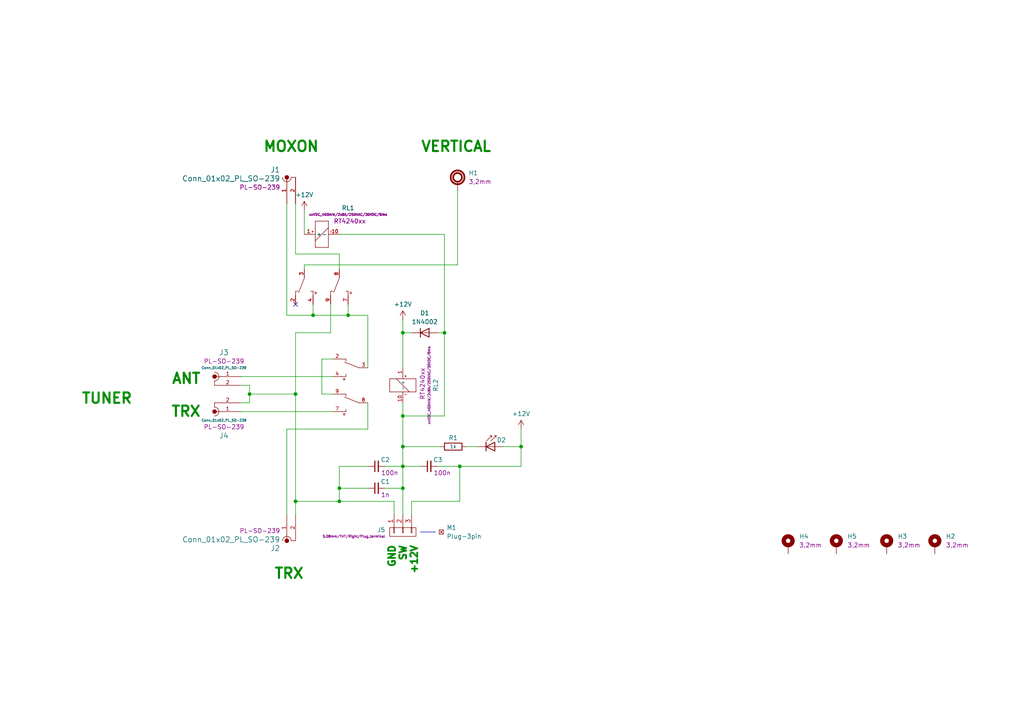
<source format=kicad_sch>
(kicad_sch (version 20230121) (generator eeschema)
  (paper "A4")
  (title_block (title "OK1MKH Antenna switch") (date "2023-12-11") (rev "01"))
  (lib_symbols
    (symbol "Diode:1N4002" (pin_numbers hide) (pin_names hide)
      (property "Reference" "D" (at 0 2.54 0))
      (property "Value" "1N4002" (at 0 -2.54 0))
      (symbol "1N4002_0_1"
        (polyline (pts (xy -1.27 1.27) (xy -1.27 -1.27)) (stroke (width 0.254)))
        (polyline (pts (xy 1.27 0) (xy -1.27 0)))
        (polyline (pts (xy 1.27 1.27) (xy 1.27 -1.27) (xy -1.27 0) (xy 1.27 1.27)) (stroke (width 0.254)))
      )
      (symbol "1N4002_1_1"
        (pin passive line (at -3.81 0 0) (length 2.54) (name "K") (number "1"))
        (pin passive line (at 3.81 0 180) (length 2.54) (name "A") (number "2"))
      )
    )
    (symbol "LED:LD274" (pin_numbers hide) (pin_names (offset 1.016) hide)
      (property "Reference" "D" (at 0.508 1.778 0))
      (property "Value" "LD274" (at -1.016 -2.794 0))
      (symbol "LD274_0_1"
        (polyline (pts (xy -2.54 1.27) (xy -2.54 -1.27)) (stroke (width 0.254)))
        (polyline (pts (xy 0 0) (xy -2.54 0)))
        (polyline (pts (xy 0.381 3.175) (xy -0.127 3.175)))
        (polyline (pts (xy -1.143 1.651) (xy 0.381 3.175) (xy 0.381 2.667)))
        (polyline (pts (xy 0 -1.27) (xy -2.54 0) (xy 0 1.27) (xy 0 -1.27)) (stroke (width 0.254)))
        (polyline (pts (xy -2.413 1.651) (xy -0.889 3.175) (xy -0.889 2.667) (xy -0.889 3.175) (xy -1.397 3.175)))
      )
      (symbol "LD274_1_1"
        (pin passive line (at -5.08 0 0) (length 2.54) (name "K") (number "1"))
        (pin passive line (at 2.54 0 180) (length 2.54) (name "A") (number "2"))
      )
    )
    (symbol "RemoteQTH:C_1n_2kV_1206" (pin_numbers hide) (pin_names (offset 0.254) hide)
      (property "Reference" "C" (at 1.905 1.905 0))
      (property "req" "2kV/X7R/±10%/E" (at 1.905 -1.905 0))
      (property "part_value" "1n" (at 1.905 0 0))
      (symbol "C_1n_2kV_1206_0_1"
        (polyline (pts (xy -1.524 -0.508) (xy 1.524 -0.508)) (stroke (width 0.3302)))
        (polyline (pts (xy -1.524 0.508) (xy 1.524 0.508)) (stroke (width 0.3048)))
      )
      (symbol "C_1n_2kV_1206_1_1"
        (pin passive line (at 0 2.54 270) (length 2.032) (name "~") (number "1"))
        (pin passive line (at 0 -2.54 90) (length 2.032) (name "~") (number "2"))
      )
    )
    (symbol "RemoteQTH:Conn_01x02_PL_SO-239" (pin_names (offset 1.016))
      (property "Reference" "J" (at 0 6.35 0))
      (property "Value" "Conn_01x02_PL_SO-239" (at 0.762 -3.048 0))
      (property "part_value" "PL-SO-239" (at 0 3.81 0))
      (symbol "Conn_01x02_PL_SO-239_0_1"
        (arc (start -2.54 0) (mid -1.2755 1.27) (end -2.54 2.54))
        (circle (center -2.54 1.27) (radius 0.5588) (fill (type outline)))
        (polyline (pts (xy -2.54 0) (xy -2.54 -1.27)))
      )
      (symbol "Conn_01x02_PL_SO-239_1_1"
        (pin passive line (at 5.08 1.27 180) (length 7.62) (name "~") (number "1"))
        (pin passive line (at 5.08 -1.27 180) (length 7.62) (name "~") (number "2"))
      )
    )
    (symbol "RemoteQTH:Conn_01x03_5.08mm_Right_terminal_796638-3" (pin_names (offset 0.762))
      (property "Reference" "J" (at 5.08 8.255 0))
      (property "req" "5.08mm/THT/Right/Plug_terminal" (at 0 5.08 0))
      (symbol "Conn_01x03_5.08mm_Right_terminal_796638-3_0_1"
        (rectangle (start 3.81 0.127) (end 5.334 -0.127))
        (rectangle (start 3.81 2.667) (end 5.334 2.413))
        (rectangle (start 6.35 -3.81) (end 3.81 3.81))
      )
      (symbol "Conn_01x03_5.08mm_Right_terminal_796638-3_1_1"
        (rectangle (start 3.81 -2.413) (end 5.334 -2.667))
        (pin passive line (at 0 2.54 0) (length 3.81) (name "") (number "1"))
        (pin passive line (at 0 0 0) (length 3.81) (name "") (number "2"))
        (pin passive line (at 0 -2.54 0) (length 3.81) (name "") (number "3"))
      )
    )
    (symbol "RemoteQTH:MEC" (pin_names (offset 1.016))
      (property "Reference" "M" (at 1.27 1.016 0))
      (property "Value" "MEC" (at 1.27 -0.762 0))
      (symbol "MEC_0_1"
        (rectangle (start -0.254 1.27) (end 1.016 0))
        (polyline (pts (xy 0 0.254) (xy 0.762 1.016)))
        (polyline (pts (xy 0.762 0.254) (xy 0 1.016)))
      )
    )
    (symbol "RemoteQTH:MEC_MountingHole_3.2mm_M3_ISO7380_Pad" (pin_numbers hide) (pin_names (offset 1.016) hide)
      (property "Reference" "H" (at 0 6.35 0))
      (property "part_value" "3,2mm" (at 0 4.445 0))
      (symbol "MEC_MountingHole_3.2mm_M3_ISO7380_Pad_0_1"
        (circle (center 0 1.27) (radius 1.27) (stroke (width 1.27)))
      )
      (symbol "MEC_MountingHole_3.2mm_M3_ISO7380_Pad_1_1"
        (pin input line (at 0 -2.54 90) (length 2.54) (name "1") (number "1"))
      )
    )
    (symbol "RemoteQTH:MEC_MountingHole_3.2mm_M3_Pad_Via" (pin_numbers hide) (pin_names (offset 1.016) hide)
      (property "Reference" "H" (at 0 6.35 0))
      (property "part_value" "3,2mm" (at 0 4.445 0))
      (symbol "MEC_MountingHole_3.2mm_M3_Pad_Via_0_1"
        (circle (center 0 1.27) (radius 1.27) (stroke (width 0.508)))
        (circle (center 0 1.27) (radius 2.0066) (stroke (width 0.508)))
      )
      (symbol "MEC_MountingHole_3.2mm_M3_Pad_Via_1_1"
        (pin input line (at 0 -2.54 90) (length 2.54) (name "1") (number "1"))
      )
    )
    (symbol "RemoteQTH:REL_DPDT_2x8A_RT4240xx" (pin_names (offset 1.016))
      (property "Reference" "RL" (at 0 -2.54 0))
      (property "req" "xxVDC_400mW/2x8A/250VAC/30VDC/8ms" (at 0 -5.08 0))
      (property "part_value" " RT4240xx" (at 0 -3.81 0))
      (symbol "REL_DPDT_2x8A_RT4240xx_1_0"
        (polyline (pts (xy -7.62 6.35) (xy -6.985 6.35)))
        (polyline (pts (xy -7.62 7.62) (xy -7.62 6.35)))
        (polyline (pts (xy -6.731 6.731) (xy -5.08 2.54)))
        (polyline (pts (xy -2.921 -10.922) (xy -2.413 -10.922)))
        (polyline (pts (xy -2.667 -11.176) (xy -2.667 -10.668)))
        (polyline (pts (xy -2.54 -10.16) (xy -1.905 -10.16)))
        (polyline (pts (xy -2.54 6.35) (xy -3.175 6.35)))
        (polyline (pts (xy -2.54 7.62) (xy -2.54 6.35)))
        (polyline (pts (xy -1.905 -13.97) (xy 1.905 -13.97)))
        (polyline (pts (xy -1.905 -10.16) (xy -1.905 -13.97)))
        (polyline (pts (xy -1.905 -8.255) (xy -1.905 -10.16)))
        (polyline (pts (xy -1.905 -6.35) (xy -1.905 -8.255)))
        (polyline (pts (xy 1.905 -13.97) (xy 1.905 -12.065)))
        (polyline (pts (xy 1.905 -12.065) (xy -1.905 -8.255)))
        (polyline (pts (xy 1.905 -12.065) (xy 1.905 -10.16)))
        (polyline (pts (xy 1.905 -10.16) (xy 1.905 -6.35)))
        (polyline (pts (xy 1.905 -6.35) (xy -1.905 -6.35)))
        (polyline (pts (xy 2.54 -10.16) (xy 1.905 -10.16)))
        (polyline (pts (xy 2.54 6.35) (xy 3.175 6.35)))
        (polyline (pts (xy 2.54 7.62) (xy 2.54 6.35)))
        (polyline (pts (xy 2.667 -11.176) (xy 2.667 -10.668)))
        (polyline (pts (xy 3.429 6.731) (xy 5.08 2.54)))
        (polyline (pts (xy 7.62 6.35) (xy 6.985 6.35)))
        (polyline (pts (xy 7.62 7.62) (xy 7.62 6.35)))
      )
      (symbol "REL_DPDT_2x8A_RT4240xx_1_1"
        (circle (center -1.778 6.858) (radius 0.254))
        (circle (center 8.382 6.858) (radius 0.254))
        (pin passive line (at -5.08 -10.16 0) (length 2.54) (name "+") (number "1"))
        (pin passive line (at 5.08 -10.16 180) (length 2.54) (name "-") (number "10"))
        (pin passive line (at -7.62 10.16 270) (length 2.54) (name "~") (number "2"))
        (pin passive line (at -5.08 0 90) (length 2.54) (name "~") (number "3"))
        (pin passive line (at -2.54 10.16 270) (length 2.54) (name "~") (number "4"))
        (pin passive line (at 7.62 10.16 270) (length 2.54) (name "~") (number "7"))
        (pin passive line (at 5.08 0 90) (length 2.54) (name "~") (number "8"))
        (pin passive line (at 2.54 10.16 270) (length 2.54) (name "~") (number "9"))
      )
    )
    (symbol "RemoteQTH:R_1k_1%_0402" (pin_numbers hide) (pin_names (offset 0))
      (property "Reference" "R" (at 3.175 0 90))
      (property "req" "63mW/1%/B" (at 1.905 0 90))
      (property "part_value" "1k" (at 0 0 90))
      (symbol "R_1k_1%_0402_0_1"
        (rectangle (start -1.016 -2.54) (end 1.016 2.54) (stroke (width 0.254)))
      )
      (symbol "R_1k_1%_0402_1_1"
        (pin passive line (at 0 3.81 270) (length 1.27) (name "~") (number "1"))
        (pin passive line (at 0 -3.81 90) (length 1.27) (name "~") (number "2"))
      )
    )
    (symbol "power:+12V" (power) (pin_names (offset 0))
      (property "Value" "+12V" (at 0 3.556 0))
      (symbol "+12V_0_1"
        (polyline (pts (xy -0.762 1.27) (xy 0 2.54)))
        (polyline (pts (xy 0 0) (xy 0 2.54)))
        (polyline (pts (xy 0 2.54) (xy 0.762 1.27)))
      )
      (symbol "+12V_1_1"
        (pin power_in line (at 0 0 90) (length 0) hide (name "+12V") (number "1"))
      )
    )
  )
  (junction (at 128.905 96.52))
  (junction (at 85.725 145.415))
  (junction (at 116.84 135.255))
  (junction (at 116.84 129.54))
  (junction (at 98.425 141.605))
  (junction (at 90.805 91.44))
  (junction (at 151.13 129.54))
  (junction (at 85.725 114.3))
  (junction (at 98.425 145.415))
  (junction (at 116.84 141.605))
  (junction (at 72.39 114.3))
  (junction (at 116.84 120.65))
  (junction (at 133.35 135.255))
  (junction (at 100.965 91.44))
  (junction (at 116.84 96.52))
  (no_connect (at 85.725 88.265))
  (wire (pts (xy 88.265 78.105) (xy 88.265 76.835)))
  (wire (pts (xy 116.84 135.255) (xy 121.92 135.255)))
  (wire (pts (xy 95.885 96.52) (xy 85.725 96.52)))
  (wire (pts (xy 116.84 129.54) (xy 116.84 135.255)))
  (wire (pts (xy 100.965 91.44) (xy 90.805 91.44)))
  (wire (pts (xy 93.345 104.14) (xy 96.52 104.14)))
  (wire (pts (xy 116.84 96.52) (xy 119.38 96.52)))
  (wire (pts (xy 98.425 73.66) (xy 85.725 73.66)))
  (wire (pts (xy 85.725 59.055) (xy 85.725 73.66)))
  (wire (pts (xy 111.76 135.255) (xy 116.84 135.255)))
  (wire (pts (xy 146.05 129.54) (xy 151.13 129.54)))
  (wire (pts (xy 72.39 114.3) (xy 85.725 114.3)))
  (wire (pts (xy 116.84 116.84) (xy 116.84 120.65)))
  (wire (pts (xy 83.185 59.055) (xy 83.185 91.44)))
  (wire (pts (xy 98.425 67.945) (xy 128.905 67.945)))
  (wire (pts (xy 151.13 129.54) (xy 151.13 135.255)))
  (wire (pts (xy 133.35 145.415) (xy 119.38 145.415)))
  (wire (pts (xy 88.265 60.96) (xy 88.265 67.945)))
  (wire (pts (xy 83.185 149.225) (xy 83.185 124.46)))
  (wire (pts (xy 106.68 106.68) (xy 106.68 91.44)))
  (wire (pts (xy 127 96.52) (xy 128.905 96.52)))
  (wire (pts (xy 72.39 116.84) (xy 69.85 116.84)))
  (wire (pts (xy 85.725 145.415) (xy 85.725 149.225)))
  (wire (pts (xy 72.39 114.3) (xy 72.39 116.84)))
  (wire (pts (xy 114.3 149.225) (xy 114.3 145.415)))
  (wire (pts (xy 69.85 119.38) (xy 96.52 119.38)))
  (wire (pts (xy 133.35 135.255) (xy 133.35 145.415)))
  (wire (pts (xy 119.38 145.415) (xy 119.38 149.225)))
  (wire (pts (xy 111.76 141.605) (xy 116.84 141.605)))
  (wire (pts (xy 83.185 91.44) (xy 90.805 91.44)))
  (wire (pts (xy 116.84 92.71) (xy 116.84 96.52)))
  (wire (pts (xy 98.425 78.105) (xy 98.425 73.66)))
  (wire (pts (xy 95.885 88.265) (xy 95.885 96.52)))
  (wire (pts (xy 128.905 96.52) (xy 128.905 120.65)))
  (wire (pts (xy 116.84 129.54) (xy 127.635 129.54)))
  (wire (pts (xy 93.345 114.3) (xy 93.345 104.14)))
  (wire (pts (xy 98.425 135.255) (xy 98.425 141.605)))
  (wire (pts (xy 69.85 109.22) (xy 96.52 109.22)))
  (wire (pts (xy 128.905 67.945) (xy 128.905 96.52)))
  (wire (pts (xy 116.84 120.65) (xy 116.84 129.54)))
  (wire (pts (xy 98.425 145.415) (xy 85.725 145.415)))
  (wire (pts (xy 116.84 96.52) (xy 116.84 106.68)))
  (wire (pts (xy 151.13 124.46) (xy 151.13 129.54)))
  (wire (pts (xy 116.84 141.605) (xy 116.84 149.225)))
  (wire (pts (xy 128.905 120.65) (xy 116.84 120.65)))
  (wire (pts (xy 127 135.255) (xy 133.35 135.255)))
  (wire (pts (xy 85.725 114.3) (xy 85.725 145.415)))
  (wire (pts (xy 96.52 114.3) (xy 93.345 114.3)))
  (wire (pts (xy 88.265 76.835) (xy 132.715 76.835)))
  (wire (pts (xy 106.68 116.84) (xy 106.68 124.46)))
  (wire (pts (xy 90.805 88.265) (xy 90.805 91.44)))
  (wire (pts (xy 85.725 96.52) (xy 85.725 114.3)))
  (wire (pts (xy 98.425 141.605) (xy 106.68 141.605)))
  (polyline (pts (xy 121.92 154.305) (xy 126.365 154.305)))
  (wire (pts (xy 151.13 135.255) (xy 133.35 135.255)))
  (wire (pts (xy 114.3 145.415) (xy 98.425 145.415)))
  (wire (pts (xy 132.715 55.245) (xy 132.715 76.835)))
  (wire (pts (xy 106.68 135.255) (xy 98.425 135.255)))
  (wire (pts (xy 106.68 91.44) (xy 100.965 91.44)))
  (wire (pts (xy 116.84 135.255) (xy 116.84 141.605)))
  (wire (pts (xy 100.965 88.265) (xy 100.965 91.44)))
  (wire (pts (xy 106.68 124.46) (xy 83.185 124.46)))
  (wire (pts (xy 135.255 129.54) (xy 138.43 129.54)))
  (wire (pts (xy 98.425 141.605) (xy 98.425 145.415)))
  (wire (pts (xy 69.85 111.76) (xy 72.39 111.76)))
  (wire (pts (xy 72.39 111.76) (xy 72.39 114.3)))
  (text "GND\nSW\n+12V" (at 121.285 158.115 90) (effects (font (size 2 2) (thickness 0.6) bold) (justify right bottom)))
  (text "VERTICAL" (at 121.92 44.45 0) (effects (font (size 3 3) (thickness 0.6) bold) (justify left bottom)))
  (text "TRX" (at 79.375 168.275 0) (effects (font (size 3 3) (thickness 0.6) bold) (justify left bottom)))
  (text "TRX" (at 58.42 121.285 0) (effects (font (size 3 3) (thickness 0.6) bold) (justify right bottom)))
  (text "ANT" (at 58.42 111.76 0) (effects (font (size 3 3) (thickness 0.6) bold) (justify right bottom)))
  (text "MOXON" (at 76.2 44.45 0) (effects (font (size 3 3) (thickness 0.6) bold) (justify left bottom)))
  (text "TUNER" (at 23.495 117.475 0) (effects (font (size 3 3) (thickness 0.6) bold) (justify left bottom)))
  (symbol (lib_id "RemoteQTH:MEC") (at 127.635 154.94 0) (unit 1)
    (property "Reference" "M1" (at 129.54 153.0349 0) (effects (justify left)))
    (property "Value" "Plug-3pin" (at 129.54 155.5749 0) (effects (justify left)))
    (property "Footprint" "ok1hra:MEC" (effects hide))
    (property "Datasheet" "https://www.tme.eu/cz/details/796634-3/rozpojitelne-svorkovnice/te-connectivity/" (effects hide))
  )
  (symbol (lib_id "RemoteQTH:C_1n_2kV_1206") (at 109.22 141.605 90) (unit 1)
    (property "Reference" "C1" (at 111.76 139.7 90))
    (property "Value" "C_1n_2kV_1206" (effects hide))
    (property "Footprint" "C-THT:C_Disc_D8.0mm_W2.5mm_P5.00mm" (effects hide))
    (property "part_value" "1n" (at 111.76 143.51 90))
  )
  (symbol (lib_id "RemoteQTH:Conn_01x02_PL_SO-239") (at 84.455 154.305 90) (unit 1)
    (property "Reference" "J2" (at 81.28 159.0322 90) (effects (font (size 1.524 1.524)) (justify left)))
    (property "Value" "Conn_01x02_PL_SO-239" (at 81.28 156.4922 90) (effects (font (size 1.524 1.524)) (justify left)))
    (property "Footprint" "RemoteQTH:PL-SO-239" (effects hide))
    (property "Datasheet" "https://www.tme.eu/cz/details/sma-15/konektory-sma-smb-smc/" (effects hide))
    (property "part_value" "PL-SO-239" (at 81.28 153.9522 90) (effects (justify left)))
  )
  (symbol (lib_id "RemoteQTH:Conn_01x03_5.08mm_Right_terminal_796638-3") (at 116.84 149.225 90) (mirror x) (unit 1)
    (property "Reference" "J5" (at 111.76 153.67 90) (effects (justify left)))
    (property "Value" "Conn_01x03_5.08mm_Right_terminal_796638-3" (effects hide))
    (property "Footprint" "RemoteQTH:796638-3" (effects hide))
    (property "Datasheet" "https://www.tme.eu/cz/details/tbg-5-kw-3p/rozpojitelne-svorkovnice/te-connectivity/796638-3/" (effects hide))
    (property "req" "5.08mm/THT/Right/Plug_terminal" (at 111.76 155.575 90) (effects (font (size 0.7 0.7)) (justify left)))
    (property "part_value" "796638-3" (effects hide))
  )
  (symbol (lib_id "power:+12V") (at 151.13 124.46 0) (unit 1)
    (property "Reference" "#PWR03" (effects hide))
    (property "Value" "+12V" (at 151.13 120.015 0))
  )
  (symbol (lib_id "RemoteQTH:REL_DPDT_2x8A_RT4240xx") (at 93.345 78.105 0) (mirror x) (unit 1)
    (property "Reference" "RL1" (at 100.965 60.325 0))
    (property "Value" "REL_DPDT_2x8A_RT4240xx" (effects hide))
    (property "Footprint" "RemoteQTH:REL_RT4240xx" (effects hide))
    (property "Datasheet" "https://www.tme.eu/cz/details/rt424024/elektromagneticka-rele-miniaturni/te-connectivity/6-1393243-8/" (effects hide))
    (property "req" "xxVDC_400mW/2x8A/250VAC/30VDC/8ms" (at 100.965 62.23 0) (effects (font (size 0.7112 0.7112))))
    (property "part_value" " RT4240xx" (at 100.965 64.135 0))
  )
  (symbol (lib_id "RemoteQTH:MEC_MountingHole_3.2mm_M3_Pad_Via") (at 132.715 52.705 0) (unit 1)
    (property "Reference" "H1" (at 135.89 50.165 0) (effects (justify left)))
    (property "Value" "MEC_MountingHole_3.2mm_M3_Pad_Via" (effects hide))
    (property "Footprint" "RemoteQTH:MountingHole_3.2mm_M3_Pad_Via" (effects hide))
    (property "part_value" "3,2mm" (at 135.89 52.705 0) (effects (justify left)))
  )
  (symbol (lib_id "RemoteQTH:C_1n_2kV_1206") (at 124.46 135.255 90) (unit 1)
    (property "Reference" "C3" (at 127 133.35 90))
    (property "Value" "C_1n_2kV_1206" (effects hide))
    (property "Footprint" "C-THT:C_Disc_D8.0mm_W2.5mm_P5.00mm" (effects hide))
    (property "part_value" "100n" (at 128.27 137.16 90))
  )
  (symbol (lib_id "RemoteQTH:MEC_MountingHole_3.2mm_M3_ISO7380_Pad") (at 228.6 158.115 0) (unit 1)
    (property "Reference" "H4" (at 231.775 155.575 0) (effects (justify left)))
    (property "Value" "MEC_MountingHole_3.2mm_M3_ISO7380_Pad" (effects hide))
    (property "Footprint" "RemoteQTH:MountingHole_3.2mm_M3_ISO7380_Pad" (effects hide))
    (property "part_value" "3,2mm" (at 231.775 158.115 0) (effects (justify left)))
  )
  (symbol (lib_id "RemoteQTH:R_1k_1%_0402") (at 131.445 129.54 90) (unit 1)
    (property "Reference" "R1" (at 131.445 127 90))
    (property "Value" "1k" (at 131.445 129.54 90) (effects (font (size 0.9906 0.9906))))
    (property "Footprint" "R-THT:R_Axial_DIN0204_L3.6mm_D1.6mm_P7.62mm_Horizontal" (effects hide))
  )
  (symbol (lib_id "Diode:1N4002") (at 123.19 96.52 0) (unit 1)
    (property "Reference" "D1" (at 123.19 90.805 0))
    (property "Value" "1N4002" (at 123.19 93.345 0))
    (property "Footprint" "D-THT:D_A-405_P10.16mm_Horizontal" (effects hide))
    (property "Datasheet" "http://www.vishay.com/docs/88503/1n4001.pdf" (effects hide))
    (property "Sim.Device" "D" (effects hide))
    (property "Sim.Pins" "1=K 2=A" (effects hide))
  )
  (symbol (lib_id "RemoteQTH:REL_DPDT_2x8A_RT4240xx") (at 106.68 111.76 90) (mirror x) (unit 1)
    (property "Reference" "RL2" (at 126.365 111.76 0))
    (property "Value" "REL_DPDT_2x8A_RT4240xx" (effects hide))
    (property "Footprint" "RemoteQTH:REL_RT4240xx" (effects hide))
    (property "Datasheet" "https://www.tme.eu/cz/details/rt424024/elektromagneticka-rele-miniaturni/te-connectivity/6-1393243-8/" (effects hide))
    (property "req" "xxVDC_400mW/2x8A/250VAC/30VDC/8ms" (at 124.46 111.76 0) (effects (font (size 0.7112 0.7112))))
    (property "part_value" " RT4240xx" (at 122.555 111.76 0))
  )
  (symbol (lib_id "RemoteQTH:MEC_MountingHole_3.2mm_M3_ISO7380_Pad") (at 271.145 158.115 0) (unit 1)
    (property "Reference" "H2" (at 274.32 155.575 0) (effects (justify left)))
    (property "Value" "MEC_MountingHole_3.2mm_M3_ISO7380_Pad" (effects hide))
    (property "Footprint" "RemoteQTH:MountingHole_3.2mm_M3_ISO7380_Pad" (effects hide))
    (property "part_value" "3,2mm" (at 274.32 158.115 0) (effects (justify left)))
  )
  (symbol (lib_id "RemoteQTH:MEC_MountingHole_3.2mm_M3_ISO7380_Pad") (at 242.57 158.115 0) (unit 1)
    (property "Reference" "H5" (at 245.745 155.575 0) (effects (justify left)))
    (property "Value" "MEC_MountingHole_3.2mm_M3_ISO7380_Pad" (effects hide))
    (property "Footprint" "RemoteQTH:MountingHole_3.2mm_M3_ISO7380_Pad" (effects hide))
    (property "part_value" "3,2mm" (at 245.745 158.115 0) (effects (justify left)))
  )
  (symbol (lib_id "RemoteQTH:C_1n_2kV_1206") (at 109.22 135.255 90) (unit 1)
    (property "Reference" "C2" (at 111.76 133.35 90))
    (property "Value" "C_1n_2kV_1206" (effects hide))
    (property "Footprint" "C-THT:C_Disc_D8.0mm_W2.5mm_P5.00mm" (effects hide))
    (property "part_value" "100n" (at 113.03 137.16 90))
  )
  (symbol (lib_id "power:+12V") (at 88.265 60.96 0) (unit 1)
    (property "Reference" "#PWR01" (effects hide))
    (property "Value" "+12V" (at 88.265 56.515 0))
  )
  (symbol (lib_id "LED:LD274") (at 143.51 129.54 0) (unit 1)
    (property "Reference" "D2" (at 145.415 127.635 0))
    (property "Value" "LED" (effects hide))
    (property "Footprint" "LED-THT:LED_D5.0mm" (effects hide))
  )
  (symbol (lib_id "RemoteQTH:Conn_01x02_PL_SO-239") (at 64.77 118.11 0) (mirror x) (unit 1)
    (property "Reference" "J4" (at 63.5 126.365 0) (effects (font (size 1.524 1.524)) (justify left)))
    (property "Value" "Conn_01x02_PL_SO-239" (at 58.42 121.92 0) (effects (font (size 0.7 0.7)) (justify left)))
    (property "Footprint" "RemoteQTH:PL-SO-239" (effects hide))
    (property "Datasheet" "https://www.tme.eu/cz/details/sma-15/konektory-sma-smb-smc/" (effects hide))
    (property "part_value" "PL-SO-239" (at 59.055 123.825 0) (effects (justify left)))
  )
  (symbol (lib_id "RemoteQTH:Conn_01x02_PL_SO-239") (at 84.455 53.975 90) (mirror x) (unit 1)
    (property "Reference" "J1" (at 81.28 49.2478 90) (effects (font (size 1.524 1.524)) (justify left)))
    (property "Value" "Conn_01x02_PL_SO-239" (at 81.28 51.7878 90) (effects (font (size 1.524 1.524)) (justify left)))
    (property "Footprint" "RemoteQTH:PL-SO-239" (effects hide))
    (property "Datasheet" "https://www.tme.eu/cz/details/sma-15/konektory-sma-smb-smc/" (effects hide))
    (property "part_value" "PL-SO-239" (at 81.28 54.3278 90) (effects (justify left)))
  )
  (symbol (lib_id "power:+12V") (at 116.84 92.71 0) (unit 1)
    (property "Reference" "#PWR02" (effects hide))
    (property "Value" "+12V" (at 116.84 88.265 0))
  )
  (symbol (lib_id "RemoteQTH:Conn_01x02_PL_SO-239") (at 64.77 110.49 0) (unit 1)
    (property "Reference" "J3" (at 63.5 102.235 0) (effects (font (size 1.524 1.524)) (justify left)))
    (property "Value" "Conn_01x02_PL_SO-239" (at 58.42 106.68 0) (effects (font (size 0.7 0.7)) (justify left)))
    (property "Footprint" "RemoteQTH:PL-SO-239" (effects hide))
    (property "Datasheet" "https://www.tme.eu/cz/details/sma-15/konektory-sma-smb-smc/" (effects hide))
    (property "part_value" "PL-SO-239" (at 59.055 104.775 0) (effects (justify left)))
  )
  (symbol (lib_id "RemoteQTH:MEC_MountingHole_3.2mm_M3_ISO7380_Pad") (at 257.175 158.115 0) (unit 1)
    (property "Reference" "H3" (at 260.35 155.575 0) (effects (justify left)))
    (property "Value" "MEC_MountingHole_3.2mm_M3_ISO7380_Pad" (effects hide))
    (property "Footprint" "RemoteQTH:MountingHole_3.2mm_M3_ISO7380_Pad" (effects hide))
    (property "part_value" "3,2mm" (at 260.35 158.115 0) (effects (justify left)))
  )
)
</source>
